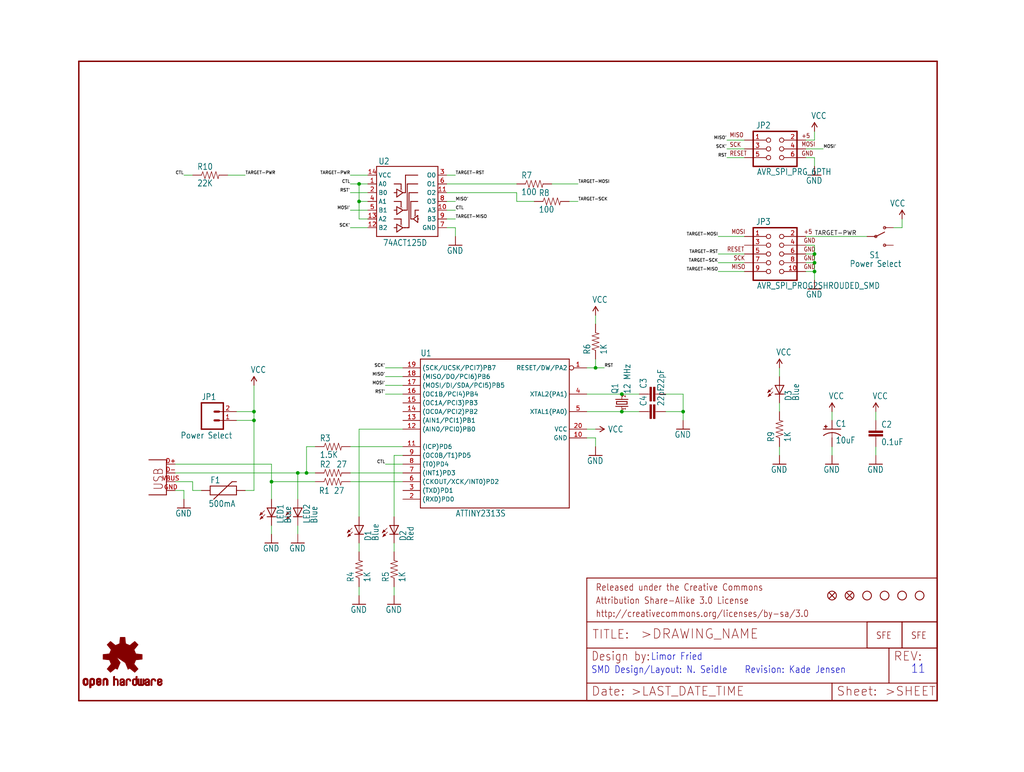
<source format=kicad_sch>
(kicad_sch (version 20211123) (generator eeschema)
  (paper "User" 297.002 223.926)
  (lib_symbols
    (symbol "eagleSchem-eagle-import:74ACT125D"
      (property "Value" "74ACT125D" (at -7.62 10.414 0))
      (symbol "74ACT125D_1_0"
        (pin bidirectional line (at -10.16 5.08 0) (length 2.54) (name "A0") (number "1"))
        (pin bidirectional line (at 12.7 -2.54 180) (length 2.54) (name "A3") (number "10"))
        (pin bidirectional line (at 12.7 2.54 180) (length 2.54) (name "O2") (number "11"))
        (pin bidirectional line (at -10.16 -7.62 0) (length 2.54) (name "B2") (number "12"))
        (pin bidirectional line (at -10.16 -5.08 0) (length 2.54) (name "A2") (number "13"))
        (pin bidirectional line (at -10.16 7.62 0) (length 2.54) (name "VCC") (number "14"))
        (pin bidirectional line (at -10.16 2.54 0) (length 2.54) (name "B0") (number "2"))
        (pin bidirectional line (at 12.7 7.62 180) (length 2.54) (name "O0") (number "3"))
        (pin bidirectional line (at -10.16 0 0) (length 2.54) (name "A1") (number "4"))
        (pin bidirectional line (at -10.16 -2.54 0) (length 2.54) (name "B1") (number "5"))
        (pin bidirectional line (at 12.7 5.08 180) (length 2.54) (name "O1") (number "6"))
        (pin bidirectional line (at 12.7 -7.62 180) (length 2.54) (name "GND") (number "7"))
        (pin bidirectional line (at 12.7 0 180) (length 2.54) (name "O3") (number "8"))
        (pin bidirectional line (at 12.7 -5.08 180) (length 2.54) (name "B3") (number "9"))
      )
    )
    (symbol "eagleSchem-eagle-import:ATTINY2313S"
      (property "Reference" "IC" (at -20.32 23.622 0))
      (property "Value" "ATTINY2313S" (at -20.32 -22.86 0))
      (symbol "ATTINY2313S_1_0"
        (pin bidirectional inverted (at -25.4 20.32 0) (length 5.08) (name "RESET/DW/PA2") (number "1"))
        (pin power_in line (at -25.4 0 0) (length 5.08) (name "GND") (number "10"))
        (pin bidirectional line (at 27.94 -2.54 180) (length 5.08) (name "(ICP)PD6") (number "11"))
        (pin bidirectional line (at 27.94 2.54 180) (length 5.08) (name "(AIN0/PCI0)PB0") (number "12"))
        (pin bidirectional line (at 27.94 5.08 180) (length 5.08) (name "(AIN1/PCI1)PB1") (number "13"))
        (pin bidirectional line (at 27.94 7.62 180) (length 5.08) (name "(OC0A/PCI2)PB2") (number "14"))
        (pin bidirectional line (at 27.94 10.16 180) (length 5.08) (name "(OC1A/PCI3)PB3") (number "15"))
        (pin bidirectional line (at 27.94 12.7 180) (length 5.08) (name "(OC1B/PCI4)PB4") (number "16"))
        (pin bidirectional line (at 27.94 15.24 180) (length 5.08) (name "(MOSI/DI/SDA/PCI5)PB5") (number "17"))
        (pin bidirectional line (at 27.94 17.78 180) (length 5.08) (name "(MISO/DO/PCI6)PB6") (number "18"))
        (pin bidirectional line (at 27.94 20.32 180) (length 5.08) (name "(SCK/UCSK/PCI7)PB7") (number "19"))
        (pin bidirectional line (at 27.94 -17.78 180) (length 5.08) (name "(RXD)PD0") (number "2"))
        (pin power_in line (at -25.4 2.54 0) (length 5.08) (name "VCC") (number "20"))
        (pin bidirectional line (at 27.94 -15.24 180) (length 5.08) (name "(TXD)PD1") (number "3"))
        (pin bidirectional line (at -25.4 12.7 0) (length 5.08) (name "XTAL2(PA1)") (number "4"))
        (pin bidirectional line (at -25.4 7.62 0) (length 5.08) (name "XTAL1(PA0)") (number "5"))
        (pin bidirectional line (at 27.94 -12.7 180) (length 5.08) (name "(CKOUT/XCK/INT0)PD2") (number "6"))
        (pin bidirectional line (at 27.94 -10.16 180) (length 5.08) (name "(INT1)PD3") (number "7"))
        (pin bidirectional line (at 27.94 -7.62 180) (length 5.08) (name "(T0)PD4") (number "8"))
        (pin bidirectional line (at 27.94 -5.08 180) (length 5.08) (name "(OC0B/T1)PD5") (number "9"))
      )
    )
    (symbol "eagleSchem-eagle-import:AVR_SPI_PRG_6PTH"
      (property "Reference" "J" (at -4.318 5.842 0))
      (property "Value" "AVR_SPI_PRG_6PTH" (at -4.064 -7.62 0))
      (symbol "AVR_SPI_PRG_6PTH_1_0"
        (text "+5" (at 8.89 3.048 0) (effects (font (size 1.27 1.0795)) (justify left bottom)))
        (text "GND" (at 8.89 -2.032 0) (effects (font (size 1.27 1.0795)) (justify left bottom)))
        (text "MISO" (at -11.938 3.302 0) (effects (font (size 1.27 1.0795)) (justify left bottom)))
        (text "MOSI" (at 8.89 0.635 0) (effects (font (size 1.27 1.0795)) (justify left bottom)))
        (text "RESET" (at -11.938 -2.032 0) (effects (font (size 1.27 1.0795)) (justify left bottom)))
        (text "SCK" (at -11.938 0.508 0) (effects (font (size 1.27 1.0795)) (justify left bottom)))
        (pin passive inverted (at -7.62 2.54 0) (length 7.62) (name "1") (number "1"))
        (pin passive inverted (at 10.16 2.54 180) (length 7.62) (name "2") (number "2"))
        (pin passive inverted (at -7.62 0 0) (length 7.62) (name "3") (number "3"))
        (pin passive inverted (at 10.16 0 180) (length 7.62) (name "4") (number "4"))
        (pin passive inverted (at -7.62 -2.54 0) (length 7.62) (name "5") (number "5"))
        (pin passive inverted (at 10.16 -2.54 180) (length 7.62) (name "6") (number "6"))
      )
    )
    (symbol "eagleSchem-eagle-import:AVR_SPI_PROG2SHROUDED_SMD"
      (property "Value" "AVR_SPI_PROG2SHROUDED_SMD" (at -4.064 -10.16 0))
      (symbol "AVR_SPI_PROG2SHROUDED_SMD_1_0"
        (text "+5" (at 9.525 5.715 0) (effects (font (size 1.27 1.0795)) (justify left bottom)))
        (text "GND" (at 9.525 -4.445 0) (effects (font (size 1.27 1.0795)) (justify left bottom)))
        (text "GND" (at 9.525 -1.905 0) (effects (font (size 1.27 1.0795)) (justify left bottom)))
        (text "GND" (at 9.525 0.635 0) (effects (font (size 1.27 1.0795)) (justify left bottom)))
        (text "GND" (at 9.525 3.175 0) (effects (font (size 1.27 1.0795)) (justify left bottom)))
        (text "MISO" (at -11.43 -4.445 0) (effects (font (size 1.27 1.0795)) (justify left bottom)))
        (text "MOSI" (at -11.43 5.715 0) (effects (font (size 1.27 1.0795)) (justify left bottom)))
        (text "RESET" (at -12.7 0.635 0) (effects (font (size 1.27 1.0795)) (justify left bottom)))
        (text "SCK" (at -10.795 -1.905 0) (effects (font (size 1.27 1.0795)) (justify left bottom)))
        (pin passive inverted (at -7.62 5.08 0) (length 7.62) (name "1") (number "1"))
        (pin passive inverted (at 10.16 -5.08 180) (length 7.62) (name "10") (number "10"))
        (pin passive inverted (at 10.16 5.08 180) (length 7.62) (name "2") (number "2"))
        (pin passive inverted (at -7.62 2.54 0) (length 7.62) (name "3") (number "3"))
        (pin passive inverted (at 10.16 2.54 180) (length 7.62) (name "4") (number "4"))
        (pin passive inverted (at -7.62 0 0) (length 7.62) (name "5") (number "5"))
        (pin passive inverted (at 10.16 0 180) (length 7.62) (name "6") (number "6"))
        (pin passive inverted (at -7.62 -2.54 0) (length 7.62) (name "7") (number "7"))
        (pin passive inverted (at 10.16 -2.54 180) (length 7.62) (name "8") (number "8"))
        (pin passive inverted (at -7.62 -5.08 0) (length 7.62) (name "9") (number "9"))
      )
    )
    (symbol "eagleSchem-eagle-import:CAP0603-CAP"
      (property "Reference" "C" (at 1.524 2.921 0))
      (property "Value" "CAP0603-CAP" (at 1.524 -2.159 0))
      (symbol "CAP0603-CAP_1_0"
        (pin passive line (at 0 5.08 270) (length 2.54) (name "1") (number "1"))
        (pin passive line (at 0 -2.54 90) (length 2.54) (name "2") (number "2"))
      )
    )
    (symbol "eagleSchem-eagle-import:CAP_POL1206"
      (property "Reference" "C" (at 1.016 0.635 0))
      (property "Value" "CAP_POL1206" (at 1.016 -4.191 0))
      (symbol "CAP_POL1206_1_0"
        (pin passive line (at 0 2.54 270) (length 2.54) (name "+") (number "A"))
        (pin passive line (at 0 -5.08 90) (length 2.54) (name "-") (number "C"))
      )
    )
    (symbol "eagleSchem-eagle-import:CRYSTAL5X3"
      (property "Reference" "Q" (at 2.54 1.016 0))
      (property "Value" "CRYSTAL5X3" (at 2.54 -2.54 0))
      (symbol "CRYSTAL5X3_1_0"
        (text "1" (at -2.159 -1.143 0) (effects (font (size 0.8636 0.734)) (justify left bottom)))
        (text "2" (at 1.524 -1.143 0) (effects (font (size 0.8636 0.734)) (justify left bottom)))
        (pin passive line (at -2.54 0 0) (length 0) (name "1") (number "1"))
        (pin passive line (at 2.54 0 180) (length 0) (name "2") (number "3"))
      )
    )
    (symbol "eagleSchem-eagle-import:FIDUCIAL1X2")
    (symbol "eagleSchem-eagle-import:FRAME-LETTER"
      (symbol "FRAME-LETTER_2_0"
        (text ">DRAWING_NAME" (at 15.494 17.78 0) (effects (font (size 2.7432 2.7432)) (justify left bottom)))
        (text ">LAST_DATE_TIME" (at 12.7 1.27 0) (effects (font (size 2.54 2.54)) (justify left bottom)))
        (text ">SHEET" (at 86.36 1.27 0) (effects (font (size 2.54 2.54)) (justify left bottom)))
        (text "Attribution Share-Alike 3.0 License" (at 2.54 27.94 0) (effects (font (size 1.9304 1.6408)) (justify left bottom)))
        (text "Date:" (at 1.27 1.27 0) (effects (font (size 2.54 2.54)) (justify left bottom)))
        (text "Design by:" (at 1.27 11.43 0) (effects (font (size 2.54 2.159)) (justify left bottom)))
        (text "http://creativecommons.org/licenses/by-sa/3.0" (at 2.54 24.13 0) (effects (font (size 1.9304 1.6408)) (justify left bottom)))
        (text "Released under the Creative Commons" (at 2.54 31.75 0) (effects (font (size 1.9304 1.6408)) (justify left bottom)))
        (text "REV:" (at 88.9 11.43 0) (effects (font (size 2.54 2.54)) (justify left bottom)))
        (text "Sheet:" (at 72.39 1.27 0) (effects (font (size 2.54 2.54)) (justify left bottom)))
        (text "TITLE:" (at 1.524 17.78 0) (effects (font (size 2.54 2.54)) (justify left bottom)))
      )
    )
    (symbol "eagleSchem-eagle-import:GND" (power)
      (property "Value" "GND" (at -2.54 -2.54 0))
      (symbol "GND_1_0"
        (pin power_in line (at 0 2.54 270) (length 2.54) (name "GND") (number "1"))
      )
    )
    (symbol "eagleSchem-eagle-import:LED0603"
      (property "Reference" "LED" (at 3.556 -4.572 90))
      (property "Value" "LED0603" (at 5.715 -4.572 90))
      (symbol "LED0603_1_0"
        (pin passive line (at 0 2.54 270) (length 2.54) (name "A") (number "A"))
        (pin passive line (at 0 -5.08 90) (length 2.54) (name "C") (number "C"))
      )
    )
    (symbol "eagleSchem-eagle-import:LOGO-SFENEW"
      (symbol "LOGO-SFENEW_1_0"
        (text "SFE" (at 0 0 0) (effects (font (size 1.9304 1.6408)) (justify left bottom)))
      )
    )
    (symbol "eagleSchem-eagle-import:LOGO-SFESK"
      (symbol "LOGO-SFESK_1_0"
        (text "SFE" (at 0 0 0) (effects (font (size 1.9304 1.6408)) (justify left bottom)))
      )
    )
    (symbol "eagleSchem-eagle-import:M02PTH"
      (property "Reference" "JP" (at -2.54 5.842 0))
      (property "Value" "M02PTH" (at -2.54 -5.08 0))
      (symbol "M02PTH_1_0"
        (pin passive line (at 7.62 0 180) (length 5.08) (name "1") (number "1"))
        (pin passive line (at 7.62 2.54 180) (length 5.08) (name "2") (number "2"))
      )
    )
    (symbol "eagleSchem-eagle-import:OSHW-LOGOM")
    (symbol "eagleSchem-eagle-import:PTCSMD-W"
      (property "Reference" "F" (at -2.54 3.048 0))
      (property "Value" "PTCSMD-W" (at -3.302 -5.08 0))
      (symbol "PTCSMD-W_1_0"
        (pin bidirectional line (at -5.08 0 0) (length 2.54) (name "1") (number "1"))
        (pin bidirectional line (at 7.62 0 180) (length 2.54) (name "2") (number "2"))
      )
    )
    (symbol "eagleSchem-eagle-import:RESISTOR0603-RES"
      (property "Reference" "R" (at -3.81 1.4986 0))
      (property "Value" "RESISTOR0603-RES" (at -3.81 -3.302 0))
      (symbol "RESISTOR0603-RES_1_0"
        (pin passive line (at -5.08 0 0) (length 2.54) (name "1") (number "1"))
        (pin passive line (at 5.08 0 180) (length 2.54) (name "2") (number "2"))
      )
    )
    (symbol "eagleSchem-eagle-import:STAND-OFF")
    (symbol "eagleSchem-eagle-import:SWITCH-SPSTSMD"
      (property "Reference" "S" (at -1.905 -6.35 0))
      (property "Value" "SWITCH-SPSTSMD" (at -2.54 3.81 0))
      (symbol "SWITCH-SPSTSMD_1_0"
        (pin passive line (at 5.08 2.54 180) (length 2.54) (name "O") (number "1"))
        (pin passive line (at -2.54 0 0) (length 2.54) (name "P") (number "2"))
        (pin passive line (at 5.08 -2.54 180) (length 2.54) (name "S") (number "3"))
      )
    )
    (symbol "eagleSchem-eagle-import:USBSMD"
      (symbol "USBSMD_1_0"
        (text "USB" (at 3.81 0 900) (effects (font (size 2.54 2.159)) (justify left bottom)))
        (pin bidirectional line (at -2.54 7.62 0) (length 2.54) (name "D+") (number "D+"))
        (pin bidirectional line (at -2.54 5.08 0) (length 2.54) (name "D-") (number "D-"))
        (pin bidirectional line (at -2.54 0 0) (length 2.54) (name "GND") (number "GND"))
        (pin bidirectional line (at -2.54 2.54 0) (length 2.54) (name "VBUS") (number "VBUS"))
      )
    )
    (symbol "eagleSchem-eagle-import:VCC" (power)
      (property "Value" "VCC" (at -1.016 3.556 0))
      (symbol "VCC_1_0"
        (pin power_in line (at 0 0 90) (length 2.54) (name "VCC") (number "1"))
      )
    )
  )
  (junction (at 86.36 137.16))
  (junction (at 78.74 139.7))
  (junction (at 198.12 119.38))
  (junction (at 180.34 114.3))
  (junction (at 236.22 76.2))
  (junction (at 88.9 137.16))
  (junction (at 73.66 119.38))
  (junction (at 104.14 58.42))
  (junction (at 73.66 121.92))
  (junction (at 236.22 73.66))
  (junction (at 236.22 78.74))
  (junction (at 172.72 106.68))
  (junction (at 104.14 53.34))
  (junction (at 180.34 119.38))
  (wire (pts (xy 106.68 66.04) (xy 101.6 66.04)))
  (wire (pts (xy 129.54 55.88) (xy 149.86 55.88)))
  (wire (pts (xy 106.68 50.8) (xy 101.6 50.8)))
  (wire (pts (xy 106.68 55.88) (xy 101.6 55.88)))
  (wire (pts (xy 129.54 60.96) (xy 132.08 60.96)))
  (wire (pts (xy 116.84 109.22) (xy 111.76 109.22)))
  (wire (pts (xy 180.34 119.38) (xy 185.42 119.38)))
  (wire (pts (xy 165.1 58.42) (xy 167.64 58.42)))
  (wire (pts (xy 68.58 119.38) (xy 73.66 119.38)))
  (wire (pts (xy 233.68 76.2) (xy 236.22 76.2)))
  (wire (pts (xy 236.22 40.64) (xy 236.22 38.1)))
  (wire (pts (xy 50.8 142.24) (xy 53.34 142.24)))
  (wire (pts (xy 104.14 58.42) (xy 104.14 53.34)))
  (wire (pts (xy 215.9 43.18) (xy 210.82 43.18)))
  (wire (pts (xy 50.8 137.16) (xy 86.36 137.16)))
  (wire (pts (xy 193.04 114.3) (xy 198.12 114.3)))
  (wire (pts (xy 116.84 111.76) (xy 111.76 111.76)))
  (wire (pts (xy 55.88 50.8) (xy 53.34 50.8)))
  (wire (pts (xy 261.62 66.04) (xy 261.62 63.5)))
  (wire (pts (xy 86.36 137.16) (xy 88.9 137.16)))
  (wire (pts (xy 101.6 137.16) (xy 116.84 137.16)))
  (wire (pts (xy 116.84 106.68) (xy 111.76 106.68)))
  (wire (pts (xy 55.88 142.24) (xy 55.88 139.7)))
  (wire (pts (xy 215.9 73.66) (xy 208.28 73.66)))
  (wire (pts (xy 129.54 50.8) (xy 132.08 50.8)))
  (wire (pts (xy 132.08 66.04) (xy 132.08 68.58)))
  (wire (pts (xy 170.18 119.38) (xy 180.34 119.38)))
  (wire (pts (xy 129.54 66.04) (xy 132.08 66.04)))
  (wire (pts (xy 106.68 53.34) (xy 104.14 53.34)))
  (wire (pts (xy 241.3 121.92) (xy 241.3 119.38)))
  (wire (pts (xy 114.3 132.08) (xy 114.3 149.86)))
  (wire (pts (xy 104.14 172.72) (xy 104.14 170.18)))
  (wire (pts (xy 114.3 160.02) (xy 114.3 157.48)))
  (wire (pts (xy 254 132.08) (xy 254 129.54)))
  (wire (pts (xy 170.18 106.68) (xy 172.72 106.68)))
  (wire (pts (xy 254 121.92) (xy 254 119.38)))
  (wire (pts (xy 149.86 58.42) (xy 154.94 58.42)))
  (wire (pts (xy 215.9 76.2) (xy 208.28 76.2)))
  (wire (pts (xy 78.74 144.78) (xy 78.74 139.7)))
  (wire (pts (xy 233.68 40.64) (xy 236.22 40.64)))
  (wire (pts (xy 160.02 53.34) (xy 167.64 53.34)))
  (wire (pts (xy 116.84 114.3) (xy 111.76 114.3)))
  (wire (pts (xy 215.9 78.74) (xy 208.28 78.74)))
  (wire (pts (xy 172.72 106.68) (xy 175.26 106.68)))
  (wire (pts (xy 170.18 124.46) (xy 172.72 124.46)))
  (wire (pts (xy 78.74 134.62) (xy 78.74 139.7)))
  (wire (pts (xy 129.54 63.5) (xy 132.08 63.5)))
  (wire (pts (xy 66.04 50.8) (xy 71.12 50.8)))
  (wire (pts (xy 236.22 45.72) (xy 236.22 48.26)))
  (wire (pts (xy 68.58 121.92) (xy 73.66 121.92)))
  (wire (pts (xy 241.3 132.08) (xy 241.3 129.54)))
  (wire (pts (xy 233.68 43.18) (xy 238.76 43.18)))
  (wire (pts (xy 71.12 142.24) (xy 73.66 142.24)))
  (wire (pts (xy 53.34 142.24) (xy 53.34 144.78)))
  (wire (pts (xy 172.72 91.44) (xy 172.72 93.98)))
  (wire (pts (xy 129.54 53.34) (xy 149.86 53.34)))
  (wire (pts (xy 172.72 127) (xy 172.72 129.54)))
  (wire (pts (xy 129.54 58.42) (xy 132.08 58.42)))
  (wire (pts (xy 116.84 134.62) (xy 111.76 134.62)))
  (wire (pts (xy 104.14 53.34) (xy 101.6 53.34)))
  (wire (pts (xy 236.22 78.74) (xy 236.22 81.28)))
  (wire (pts (xy 116.84 132.08) (xy 114.3 132.08)))
  (wire (pts (xy 104.14 160.02) (xy 104.14 157.48)))
  (wire (pts (xy 149.86 55.88) (xy 149.86 58.42)))
  (wire (pts (xy 50.8 134.62) (xy 78.74 134.62)))
  (wire (pts (xy 198.12 119.38) (xy 198.12 121.92)))
  (wire (pts (xy 233.68 73.66) (xy 236.22 73.66)))
  (wire (pts (xy 88.9 137.16) (xy 91.44 137.16)))
  (wire (pts (xy 116.84 129.54) (xy 101.6 129.54)))
  (wire (pts (xy 233.68 71.12) (xy 236.22 71.12)))
  (wire (pts (xy 104.14 124.46) (xy 104.14 149.86)))
  (wire (pts (xy 116.84 124.46) (xy 104.14 124.46)))
  (wire (pts (xy 106.68 63.5) (xy 104.14 63.5)))
  (wire (pts (xy 78.74 139.7) (xy 91.44 139.7)))
  (wire (pts (xy 226.06 132.08) (xy 226.06 129.54)))
  (wire (pts (xy 236.22 76.2) (xy 236.22 78.74)))
  (wire (pts (xy 106.68 60.96) (xy 101.6 60.96)))
  (wire (pts (xy 88.9 129.54) (xy 88.9 137.16)))
  (wire (pts (xy 114.3 172.72) (xy 114.3 170.18)))
  (wire (pts (xy 104.14 63.5) (xy 104.14 58.42)))
  (wire (pts (xy 236.22 71.12) (xy 236.22 73.66)))
  (wire (pts (xy 226.06 119.38) (xy 226.06 116.84)))
  (wire (pts (xy 215.9 45.72) (xy 210.82 45.72)))
  (wire (pts (xy 170.18 127) (xy 172.72 127)))
  (wire (pts (xy 172.72 106.68) (xy 172.72 104.14)))
  (wire (pts (xy 236.22 73.66) (xy 236.22 76.2)))
  (wire (pts (xy 58.42 142.24) (xy 55.88 142.24)))
  (wire (pts (xy 233.68 45.72) (xy 236.22 45.72)))
  (wire (pts (xy 73.66 121.92) (xy 73.66 119.38)))
  (wire (pts (xy 233.68 68.58) (xy 251.46 68.58)))
  (wire (pts (xy 86.36 154.94) (xy 86.36 152.4)))
  (wire (pts (xy 198.12 114.3) (xy 198.12 119.38)))
  (wire (pts (xy 170.18 114.3) (xy 180.34 114.3)))
  (wire (pts (xy 180.34 114.3) (xy 185.42 114.3)))
  (wire (pts (xy 101.6 139.7) (xy 116.84 139.7)))
  (wire (pts (xy 78.74 154.94) (xy 78.74 152.4)))
  (wire (pts (xy 73.66 142.24) (xy 73.66 121.92)))
  (wire (pts (xy 73.66 119.38) (xy 73.66 111.76)))
  (wire (pts (xy 215.9 40.64) (xy 210.82 40.64)))
  (wire (pts (xy 86.36 137.16) (xy 86.36 144.78)))
  (wire (pts (xy 193.04 119.38) (xy 198.12 119.38)))
  (wire (pts (xy 215.9 68.58) (xy 208.28 68.58)))
  (wire (pts (xy 55.88 139.7) (xy 50.8 139.7)))
  (wire (pts (xy 226.06 106.68) (xy 226.06 109.22)))
  (wire (pts (xy 259.08 66.04) (xy 261.62 66.04)))
  (wire (pts (xy 233.68 78.74) (xy 236.22 78.74)))
  (wire (pts (xy 106.68 58.42) (xy 104.14 58.42)))
  (wire (pts (xy 91.44 129.54) (xy 88.9 129.54)))
  (text "SMD Design/Layout: N. Seidle" (at 171.45 195.58 180) (effects (font (size 2.032 1.7272)) (justify left bottom)))
  (text "Revision: Kade Jensen" (at 215.9 195.58 180) (effects (font (size 2.032 1.7272)) (justify left bottom)))
  (text "11" (at 264.16 195.58 180) (effects (font (size 2.54 2.159)) (justify left bottom)))
  (text "Limor Fried" (at 188.722 191.77 180) (effects (font (size 2.032 1.7272)) (justify left bottom)))
  (label "TARGET-PWR" (at 71.12 50.8 0) (effects (font (size 0.889 0.889))))
  (label "RST'" (at 111.76 114.3 180) (effects (font (size 0.889 0.889))))
  (label "CTL" (at 53.34 50.8 180) (effects (font (size 0.889 0.889))))
  (label "MOSI'" (at 111.76 111.76 180) (effects (font (size 0.889 0.889))))
  (label "TARGET-RST" (at 132.08 50.8 0) (effects (font (size 0.889 0.889))))
  (label "SCK'" (at 111.76 106.68 180) (effects (font (size 0.889 0.889))))
  (label "TARGET-MISO" (at 208.28 78.74 180) (effects (font (size 0.889 0.889))))
  (label "TARGET-PWR" (at 236.22 68.58 0) (effects (font (size 1.2446 1.2446))))
  (label "MOSI'" (at 101.6 60.96 180) (effects (font (size 0.889 0.889))))
  (label "TARGET-PWR" (at 101.6 50.8 180) (effects (font (size 0.889 0.889))))
  (label "RST" (at 175.26 106.68 0) (effects (font (size 0.889 0.889))))
  (label "TARGET-MOSI" (at 167.64 53.34 0) (effects (font (size 0.889 0.889))))
  (label "CTL" (at 101.6 53.34 180) (effects (font (size 0.889 0.889))))
  (label "MISO'" (at 210.82 40.64 180) (effects (font (size 0.889 0.889))))
  (label "TARGET-RST" (at 208.28 73.66 180) (effects (font (size 0.889 0.889))))
  (label "CTL" (at 132.08 60.96 0) (effects (font (size 0.889 0.889))))
  (label "RST'" (at 101.6 55.88 180) (effects (font (size 0.889 0.889))))
  (label "SCK'" (at 210.82 43.18 180) (effects (font (size 0.889 0.889))))
  (label "CTL" (at 111.76 134.62 180) (effects (font (size 0.889 0.889))))
  (label "SCK'" (at 101.6 66.04 180) (effects (font (size 0.889 0.889))))
  (label "TARGET-MOSI" (at 208.28 68.58 180) (effects (font (size 0.889 0.889))))
  (label "TARGET-SCK" (at 208.28 76.2 180) (effects (font (size 0.889 0.889))))
  (label "MISO'" (at 132.08 58.42 0) (effects (font (size 0.889 0.889))))
  (label "TARGET-SCK" (at 167.64 58.42 0) (effects (font (size 0.889 0.889))))
  (label "TARGET-MISO" (at 132.08 63.5 0) (effects (font (size 0.889 0.889))))
  (label "RST" (at 210.82 45.72 180) (effects (font (size 0.889 0.889))))
  (label "MISO'" (at 111.76 109.22 180) (effects (font (size 0.889 0.889))))
  (label "MOSI'" (at 238.76 43.18 0) (effects (font (size 0.889 0.889))))
  (symbol (lib_id "eagleSchem-eagle-import:AVR_SPI_PRG_6PTH") (at 223.52 43.18 0) (unit 1)
    (property "Reference" "JP2" (at 219.202 37.338 0) (effects (font (size 1.778 1.5113)) (justify left bottom)))
    (property "Value" "AVR_SPI_PRG_6PTH" (at 219.456 50.8 0) (effects (font (size 1.778 1.5113)) (justify left bottom)))
    (property "Footprint" "eagleSchem:2X3" (effects hide))
  )
  (symbol (lib_id "eagleSchem-eagle-import:GND") (at 132.08 71.12 0) (unit 1)
    (property "Reference" "#GND14" (effects hide))
    (property "Value" "GND" (at 129.54 73.66 0) (effects (font (size 1.778 1.5113)) (justify left bottom)))
    (property "Footprint" "eagleSchem:" (effects hide))
  )
  (symbol (lib_id "eagleSchem-eagle-import:CRYSTAL5X3") (at 180.34 116.84 90) (unit 1)
    (property "Reference" "Q1" (at 179.324 114.3 0) (effects (font (size 1.778 1.5113)) (justify left bottom)))
    (property "Value" "12 MHz" (at 182.88 114.3 0) (effects (font (size 1.778 1.5113)) (justify left bottom)))
    (property "Footprint" "eagleSchem:CRYSTAL-SMD-5X3" (effects hide))
  )
  (symbol (lib_id "eagleSchem-eagle-import:USBSMD") (at 48.26 142.24 0) (mirror y) (unit 1)
    (property "Reference" "X2" (effects hide))
    (property "Value" "USBSMD" (effects hide))
    (property "Footprint" "eagleSchem:USB-MINIB" (effects hide))
  )
  (symbol (lib_id "eagleSchem-eagle-import:SWITCH-SPSTSMD") (at 254 68.58 0) (unit 1)
    (property "Reference" "S1" (at 252.095 74.93 0) (effects (font (size 1.778 1.5113)) (justify left bottom)))
    (property "Value" "Power Select" (at 246.38 77.47 0) (effects (font (size 1.778 1.5113)) (justify left bottom)))
    (property "Footprint" "eagleSchem:AYZ0202" (effects hide))
  )
  (symbol (lib_id "eagleSchem-eagle-import:GND") (at 198.12 124.46 0) (unit 1)
    (property "Reference" "#GND12" (effects hide))
    (property "Value" "GND" (at 195.58 127 0) (effects (font (size 1.778 1.5113)) (justify left bottom)))
    (property "Footprint" "eagleSchem:" (effects hide))
  )
  (symbol (lib_id "eagleSchem-eagle-import:STAND-OFF") (at 256.54 172.72 0) (unit 1)
    (property "Reference" "U$4" (effects hide))
    (property "Value" "STAND-OFF" (effects hide))
    (property "Footprint" "eagleSchem:STAND-OFF" (effects hide))
  )
  (symbol (lib_id "eagleSchem-eagle-import:VCC") (at 172.72 124.46 270) (unit 1)
    (property "Reference" "#P+11" (effects hide))
    (property "Value" "VCC" (at 176.276 125.476 90) (effects (font (size 1.778 1.5113)) (justify left bottom)))
    (property "Footprint" "eagleSchem:" (effects hide))
  )
  (symbol (lib_id "eagleSchem-eagle-import:FRAME-LETTER") (at 22.86 203.2 0) (unit 1)
    (property "Reference" "FRAME1" (effects hide))
    (property "Value" "FRAME-LETTER" (effects hide))
    (property "Footprint" "eagleSchem:CREATIVE_COMMONS" (effects hide))
  )
  (symbol (lib_id "eagleSchem-eagle-import:VCC") (at 241.3 119.38 0) (unit 1)
    (property "Reference" "#P+7" (effects hide))
    (property "Value" "VCC" (at 240.284 115.824 0) (effects (font (size 1.778 1.5113)) (justify left bottom)))
    (property "Footprint" "eagleSchem:" (effects hide))
  )
  (symbol (lib_id "eagleSchem-eagle-import:VCC") (at 261.62 63.5 0) (mirror y) (unit 1)
    (property "Reference" "#P+10" (effects hide))
    (property "Value" "VCC" (at 262.636 59.944 0) (effects (font (size 1.778 1.5113)) (justify left bottom)))
    (property "Footprint" "eagleSchem:" (effects hide))
  )
  (symbol (lib_id "eagleSchem-eagle-import:RESISTOR0603-RES") (at 226.06 124.46 90) (unit 1)
    (property "Reference" "R9" (at 224.5614 128.27 0) (effects (font (size 1.778 1.5113)) (justify left bottom)))
    (property "Value" "1K" (at 229.362 128.27 0) (effects (font (size 1.778 1.5113)) (justify left bottom)))
    (property "Footprint" "eagleSchem:0603-RES" (effects hide))
  )
  (symbol (lib_id "eagleSchem-eagle-import:ATTINY2313S") (at 144.78 127 0) (mirror y) (unit 1)
    (property "Reference" "U1" (at 121.92 103.378 0) (effects (font (size 1.778 1.5113)) (justify right bottom)))
    (property "Value" "ATTINY2313S" (at 132.08 149.86 0) (effects (font (size 1.778 1.5113)) (justify right bottom)))
    (property "Footprint" "eagleSchem:SO20L" (effects hide))
  )
  (symbol (lib_id "eagleSchem-eagle-import:STAND-OFF") (at 251.46 172.72 0) (unit 1)
    (property "Reference" "U$5" (effects hide))
    (property "Value" "STAND-OFF" (effects hide))
    (property "Footprint" "eagleSchem:STAND-OFF" (effects hide))
  )
  (symbol (lib_id "eagleSchem-eagle-import:RESISTOR0603-RES") (at 154.94 53.34 0) (unit 1)
    (property "Reference" "R7" (at 151.13 51.8414 0) (effects (font (size 1.778 1.5113)) (justify left bottom)))
    (property "Value" "100" (at 151.13 56.642 0) (effects (font (size 1.778 1.5113)) (justify left bottom)))
    (property "Footprint" "eagleSchem:0603-RES" (effects hide))
  )
  (symbol (lib_id "eagleSchem-eagle-import:PTCSMD-W") (at 63.5 142.24 0) (unit 1)
    (property "Reference" "F1" (at 60.96 140.208 0) (effects (font (size 1.778 1.5113)) (justify left bottom)))
    (property "Value" "500mA" (at 60.452 147.066 0) (effects (font (size 1.778 1.5113)) (justify left bottom)))
    (property "Footprint" "eagleSchem:PTC-1206-WIDE" (effects hide))
  )
  (symbol (lib_id "eagleSchem-eagle-import:LED0603") (at 86.36 147.32 0) (unit 1)
    (property "Reference" "LED2" (at 89.916 151.892 90) (effects (font (size 1.778 1.5113)) (justify left bottom)))
    (property "Value" "Blue" (at 92.075 151.892 90) (effects (font (size 1.778 1.5113)) (justify left bottom)))
    (property "Footprint" "eagleSchem:LED-0603" (effects hide))
  )
  (symbol (lib_id "eagleSchem-eagle-import:LOGO-SFENEW") (at 264.16 185.42 0) (unit 1)
    (property "Reference" "U$8" (effects hide))
    (property "Value" "LOGO-SFENEW" (effects hide))
    (property "Footprint" "eagleSchem:SFE-NEW-WEBLOGO" (effects hide))
  )
  (symbol (lib_id "eagleSchem-eagle-import:RESISTOR0603-RES") (at 96.52 137.16 0) (unit 1)
    (property "Reference" "R2" (at 92.71 135.6614 0) (effects (font (size 1.778 1.5113)) (justify left bottom)))
    (property "Value" "27" (at 97.536 135.636 0) (effects (font (size 1.778 1.5113)) (justify left bottom)))
    (property "Footprint" "eagleSchem:0603-RES" (effects hide))
  )
  (symbol (lib_id "eagleSchem-eagle-import:RESISTOR0603-RES") (at 96.52 139.7 0) (unit 1)
    (property "Reference" "R1" (at 92.456 143.256 0) (effects (font (size 1.778 1.5113)) (justify left bottom)))
    (property "Value" "27" (at 96.774 143.256 0) (effects (font (size 1.778 1.5113)) (justify left bottom)))
    (property "Footprint" "eagleSchem:0603-RES" (effects hide))
  )
  (symbol (lib_id "eagleSchem-eagle-import:GND") (at 236.22 83.82 0) (unit 1)
    (property "Reference" "#GND15" (effects hide))
    (property "Value" "GND" (at 233.68 86.36 0) (effects (font (size 1.778 1.5113)) (justify left bottom)))
    (property "Footprint" "eagleSchem:" (effects hide))
  )
  (symbol (lib_id "eagleSchem-eagle-import:GND") (at 78.74 157.48 0) (unit 1)
    (property "Reference" "#GND3" (effects hide))
    (property "Value" "GND" (at 76.2 160.02 0) (effects (font (size 1.778 1.5113)) (justify left bottom)))
    (property "Footprint" "eagleSchem:" (effects hide))
  )
  (symbol (lib_id "eagleSchem-eagle-import:FRAME-LETTER") (at 170.18 203.2 0) (unit 2)
    (property "Reference" "FRAME1" (effects hide))
    (property "Value" "FRAME-LETTER" (effects hide))
    (property "Footprint" "eagleSchem:CREATIVE_COMMONS" (effects hide))
  )
  (symbol (lib_id "eagleSchem-eagle-import:RESISTOR0603-RES") (at 104.14 165.1 90) (unit 1)
    (property "Reference" "R4" (at 102.6414 168.91 0) (effects (font (size 1.778 1.5113)) (justify left bottom)))
    (property "Value" "1K" (at 107.442 168.91 0) (effects (font (size 1.778 1.5113)) (justify left bottom)))
    (property "Footprint" "eagleSchem:0603-RES" (effects hide))
  )
  (symbol (lib_id "eagleSchem-eagle-import:CAP0603-CAP") (at 190.5 119.38 90) (unit 1)
    (property "Reference" "C4" (at 187.579 117.856 0) (effects (font (size 1.778 1.5113)) (justify left bottom)))
    (property "Value" "22pF" (at 192.659 117.856 0) (effects (font (size 1.778 1.5113)) (justify left bottom)))
    (property "Footprint" "eagleSchem:0603-CAP" (effects hide))
  )
  (symbol (lib_id "eagleSchem-eagle-import:AVR_SPI_PROG2SHROUDED_SMD") (at 223.52 73.66 0) (unit 1)
    (property "Reference" "JP3" (at 219.202 65.278 0) (effects (font (size 1.778 1.5113)) (justify left bottom)))
    (property "Value" "AVR_SPI_PROG2SHROUDED_SMD" (at 219.456 83.82 0) (effects (font (size 1.778 1.5113)) (justify left bottom)))
    (property "Footprint" "eagleSchem:2X5-SHROUDED_SMD" (effects hide))
  )
  (symbol (lib_id "eagleSchem-eagle-import:LED0603") (at 104.14 152.4 0) (unit 1)
    (property "Reference" "D1" (at 107.696 156.972 90) (effects (font (size 1.778 1.5113)) (justify left bottom)))
    (property "Value" "Blue" (at 109.855 156.972 90) (effects (font (size 1.778 1.5113)) (justify left bottom)))
    (property "Footprint" "eagleSchem:LED-0603" (effects hide))
  )
  (symbol (lib_id "eagleSchem-eagle-import:VCC") (at 172.72 91.44 0) (unit 1)
    (property "Reference" "#P+8" (effects hide))
    (property "Value" "VCC" (at 171.704 87.884 0) (effects (font (size 1.778 1.5113)) (justify left bottom)))
    (property "Footprint" "eagleSchem:" (effects hide))
  )
  (symbol (lib_id "eagleSchem-eagle-import:GND") (at 254 134.62 0) (unit 1)
    (property "Reference" "#GND8" (effects hide))
    (property "Value" "GND" (at 251.46 137.16 0) (effects (font (size 1.778 1.5113)) (justify left bottom)))
    (property "Footprint" "eagleSchem:" (effects hide))
  )
  (symbol (lib_id "eagleSchem-eagle-import:VCC") (at 236.22 38.1 0) (unit 1)
    (property "Reference" "#P+9" (effects hide))
    (property "Value" "VCC" (at 235.204 34.544 0) (effects (font (size 1.778 1.5113)) (justify left bottom)))
    (property "Footprint" "eagleSchem:" (effects hide))
  )
  (symbol (lib_id "eagleSchem-eagle-import:RESISTOR0603-RES") (at 60.96 50.8 0) (unit 1)
    (property "Reference" "R10" (at 57.15 49.3014 0) (effects (font (size 1.778 1.5113)) (justify left bottom)))
    (property "Value" "22K" (at 57.15 54.102 0) (effects (font (size 1.778 1.5113)) (justify left bottom)))
    (property "Footprint" "eagleSchem:0603-RES" (effects hide))
  )
  (symbol (lib_id "eagleSchem-eagle-import:FIDUCIAL1X2") (at 241.3 172.72 0) (unit 1)
    (property "Reference" "U$7" (effects hide))
    (property "Value" "FIDUCIAL1X2" (effects hide))
    (property "Footprint" "eagleSchem:FIDUCIAL-1X2" (effects hide))
  )
  (symbol (lib_id "eagleSchem-eagle-import:RESISTOR0603-RES") (at 172.72 99.06 90) (unit 1)
    (property "Reference" "R6" (at 171.2214 102.87 0) (effects (font (size 1.778 1.5113)) (justify left bottom)))
    (property "Value" "1K" (at 176.022 102.87 0) (effects (font (size 1.778 1.5113)) (justify left bottom)))
    (property "Footprint" "eagleSchem:0603-RES" (effects hide))
  )
  (symbol (lib_id "eagleSchem-eagle-import:FIDUCIAL1X2") (at 246.38 172.72 0) (unit 1)
    (property "Reference" "U$6" (effects hide))
    (property "Value" "FIDUCIAL1X2" (effects hide))
    (property "Footprint" "eagleSchem:FIDUCIAL-1X2" (effects hide))
  )
  (symbol (lib_id "eagleSchem-eagle-import:CAP_POL1206") (at 241.3 124.46 0) (unit 1)
    (property "Reference" "C1" (at 242.316 123.825 0) (effects (font (size 1.778 1.5113)) (justify left bottom)))
    (property "Value" "10uF" (at 242.316 128.651 0) (effects (font (size 1.778 1.5113)) (justify left bottom)))
    (property "Footprint" "eagleSchem:EIA3216" (effects hide))
  )
  (symbol (lib_id "eagleSchem-eagle-import:STAND-OFF") (at 266.7 172.72 0) (unit 1)
    (property "Reference" "U$1" (effects hide))
    (property "Value" "STAND-OFF" (effects hide))
    (property "Footprint" "eagleSchem:STAND-OFF" (effects hide))
  )
  (symbol (lib_id "eagleSchem-eagle-import:74ACT125D") (at 116.84 58.42 0) (unit 1)
    (property "Reference" "U2" (at 109.728 47.752 0) (effects (font (size 1.778 1.5113)) (justify left bottom)))
    (property "Value" "74ACT125D" (at 110.998 71.374 0) (effects (font (size 1.778 1.5113)) (justify left bottom)))
    (property "Footprint" "eagleSchem:SO014" (effects hide))
  )
  (symbol (lib_id "eagleSchem-eagle-import:GND") (at 241.3 134.62 0) (unit 1)
    (property "Reference" "#GND9" (effects hide))
    (property "Value" "GND" (at 238.76 137.16 0) (effects (font (size 1.778 1.5113)) (justify left bottom)))
    (property "Footprint" "eagleSchem:" (effects hide))
  )
  (symbol (lib_id "eagleSchem-eagle-import:GND") (at 53.34 147.32 0) (unit 1)
    (property "Reference" "#GND7" (effects hide))
    (property "Value" "GND" (at 50.8 149.86 0) (effects (font (size 1.778 1.5113)) (justify left bottom)))
    (property "Footprint" "eagleSchem:" (effects hide))
  )
  (symbol (lib_id "eagleSchem-eagle-import:GND") (at 114.3 175.26 0) (unit 1)
    (property "Reference" "#GND11" (effects hide))
    (property "Value" "GND" (at 111.76 177.8 0) (effects (font (size 1.778 1.5113)) (justify left bottom)))
    (property "Footprint" "eagleSchem:" (effects hide))
  )
  (symbol (lib_id "eagleSchem-eagle-import:OSHW-LOGOM") (at 35.56 190.5 0) (unit 1)
    (property "Reference" "LOGO1" (effects hide))
    (property "Value" "OSHW-LOGOM" (effects hide))
    (property "Footprint" "eagleSchem:OSHW-LOGO-M" (effects hide))
  )
  (symbol (lib_id "eagleSchem-eagle-import:LED0603") (at 226.06 111.76 0) (unit 1)
    (property "Reference" "D3" (at 229.616 116.332 90) (effects (font (size 1.778 1.5113)) (justify left bottom)))
    (property "Value" "Blue" (at 231.775 116.332 90) (effects (font (size 1.778 1.5113)) (justify left bottom)))
    (property "Footprint" "eagleSchem:LED-0603" (effects hide))
  )
  (symbol (lib_id "eagleSchem-eagle-import:RESISTOR0603-RES") (at 160.02 58.42 0) (unit 1)
    (property "Reference" "R8" (at 156.21 56.9214 0) (effects (font (size 1.778 1.5113)) (justify left bottom)))
    (property "Value" "100" (at 156.21 61.722 0) (effects (font (size 1.778 1.5113)) (justify left bottom)))
    (property "Footprint" "eagleSchem:0603-RES" (effects hide))
  )
  (symbol (lib_id "eagleSchem-eagle-import:LOGO-SFESK") (at 254 185.42 0) (unit 1)
    (property "Reference" "U$2" (effects hide))
    (property "Value" "LOGO-SFESK" (effects hide))
    (property "Footprint" "eagleSchem:SFE-LOGO-FLAME" (effects hide))
  )
  (symbol (lib_id "eagleSchem-eagle-import:LED0603") (at 114.3 152.4 0) (unit 1)
    (property "Reference" "D2" (at 117.856 156.972 90) (effects (font (size 1.778 1.5113)) (justify left bottom)))
    (property "Value" "Red" (at 120.015 156.972 90) (effects (font (size 1.778 1.5113)) (justify left bottom)))
    (property "Footprint" "eagleSchem:LED-0603" (effects hide))
  )
  (symbol (lib_id "eagleSchem-eagle-import:LED0603") (at 78.74 147.32 0) (unit 1)
    (property "Reference" "LED1" (at 82.296 151.892 90) (effects (font (size 1.778 1.5113)) (justify left bottom)))
    (property "Value" "Blue" (at 84.455 151.892 90) (effects (font (size 1.778 1.5113)) (justify left bottom)))
    (property "Footprint" "eagleSchem:LED-0603" (effects hide))
  )
  (symbol (lib_id "eagleSchem-eagle-import:GND") (at 172.72 132.08 0) (unit 1)
    (property "Reference" "#GND16" (effects hide))
    (property "Value" "GND" (at 170.18 134.62 0) (effects (font (size 1.778 1.5113)) (justify left bottom)))
    (property "Footprint" "eagleSchem:" (effects hide))
  )
  (symbol (lib_id "eagleSchem-eagle-import:GND") (at 236.22 50.8 0) (unit 1)
    (property "Reference" "#GND13" (effects hide))
    (property "Value" "GND" (at 233.68 53.34 0) (effects (font (size 1.778 1.5113)) (justify left bottom)))
    (property "Footprint" "eagleSchem:" (effects hide))
  )
  (symbol (lib_id "eagleSchem-eagle-import:VCC") (at 254 119.38 0) (unit 1)
    (property "Reference" "#P+6" (effects hide))
    (property "Value" "VCC" (at 252.984 115.824 0) (effects (font (size 1.778 1.5113)) (justify left bottom)))
    (property "Footprint" "eagleSchem:" (effects hide))
  )
  (symbol (lib_id "eagleSchem-eagle-import:CAP0603-CAP") (at 254 127 0) (unit 1)
    (property "Reference" "C2" (at 255.524 124.079 0) (effects (font (size 1.778 1.5113)) (justify left bottom)))
    (property "Value" "0.1uF" (at 255.524 129.159 0) (effects (font (size 1.778 1.5113)) (justify left bottom)))
    (property "Footprint" "eagleSchem:0603-CAP" (effects hide))
  )
  (symbol (lib_id "eagleSchem-eagle-import:RESISTOR0603-RES") (at 96.52 129.54 0) (unit 1)
    (property "Reference" "R3" (at 92.71 128.0414 0) (effects (font (size 1.778 1.5113)) (justify left bottom)))
    (property "Value" "1.5K" (at 92.71 132.842 0) (effects (font (size 1.778 1.5113)) (justify left bottom)))
    (property "Footprint" "eagleSchem:0603-RES" (effects hide))
  )
  (symbol (lib_id "eagleSchem-eagle-import:GND") (at 104.14 175.26 0) (unit 1)
    (property "Reference" "#GND10" (effects hide))
    (property "Value" "GND" (at 101.6 177.8 0) (effects (font (size 1.778 1.5113)) (justify left bottom)))
    (property "Footprint" "eagleSchem:" (effects hide))
  )
  (symbol (lib_id "eagleSchem-eagle-import:STAND-OFF") (at 261.62 172.72 0) (unit 1)
    (property "Reference" "U$3" (effects hide))
    (property "Value" "STAND-OFF" (effects hide))
    (property "Footprint" "eagleSchem:STAND-OFF" (effects hide))
  )
  (symbol (lib_id "eagleSchem-eagle-import:GND") (at 86.36 157.48 0) (unit 1)
    (property "Reference" "#GND2" (effects hide))
    (property "Value" "GND" (at 83.82 160.02 0) (effects (font (size 1.778 1.5113)) (justify left bottom)))
    (property "Footprint" "eagleSchem:" (effects hide))
  )
  (symbol (lib_id "eagleSchem-eagle-import:GND") (at 226.06 134.62 0) (unit 1)
    (property "Reference" "#GND1" (effects hide))
    (property "Value" "GND" (at 223.52 137.16 0) (effects (font (size 1.778 1.5113)) (justify left bottom)))
    (property "Footprint" "eagleSchem:" (effects hide))
  )
  (symbol (lib_id "eagleSchem-eagle-import:RESISTOR0603-RES") (at 114.3 165.1 90) (unit 1)
    (property "Reference" "R5" (at 112.8014 168.91 0) (effects (font (size 1.778 1.5113)) (justify left bottom)))
    (property "Value" "1K" (at 117.602 168.91 0) (effects (font (size 1.778 1.5113)) (justify left bottom)))
    (property "Footprint" "eagleSchem:0603-RES" (effects hide))
  )
  (symbol (lib_id "eagleSchem-eagle-import:CAP0603-CAP") (at 190.5 114.3 90) (unit 1)
    (property "Reference" "C3" (at 187.579 112.776 0) (effects (font (size 1.778 1.5113)) (justify left bottom)))
    (property "Value" "22pF" (at 192.659 112.776 0) (effects (font (size 1.778 1.5113)) (justify left bottom)))
    (property "Footprint" "eagleSchem:0603-CAP" (effects hide))
  )
  (symbol (lib_id "eagleSchem-eagle-import:M02PTH") (at 60.96 121.92 0) (unit 1)
    (property "Reference" "JP1" (at 58.42 116.078 0) (effects (font (size 1.778 1.5113)) (justify left bottom)))
    (property "Value" "Power Select" (at 52.324 127.254 0) (effects (font (size 1.778 1.5113)) (justify left bottom)))
    (property "Footprint" "eagleSchem:1X02" (effects hide))
  )
  (symbol (lib_id "eagleSchem-eagle-import:VCC") (at 73.66 111.76 0) (unit 1)
    (property "Reference" "#P+4" (effects hide))
    (property "Value" "VCC" (at 72.644 108.204 0) (effects (font (size 1.778 1.5113)) (justify left bottom)))
    (property "Footprint" "eagleSchem:" (effects hide))
  )
  (symbol (lib_id "eagleSchem-eagle-import:VCC") (at 226.06 106.68 0) (unit 1)
    (property "Reference" "#P+1" (effects hide))
    (property "Value" "VCC" (at 225.044 103.124 0) (effects (font (size 1.778 1.5113)) (justify left bottom)))
    (property "Footprint" "eagleSchem:" (effects hide))
  )
)
</source>
